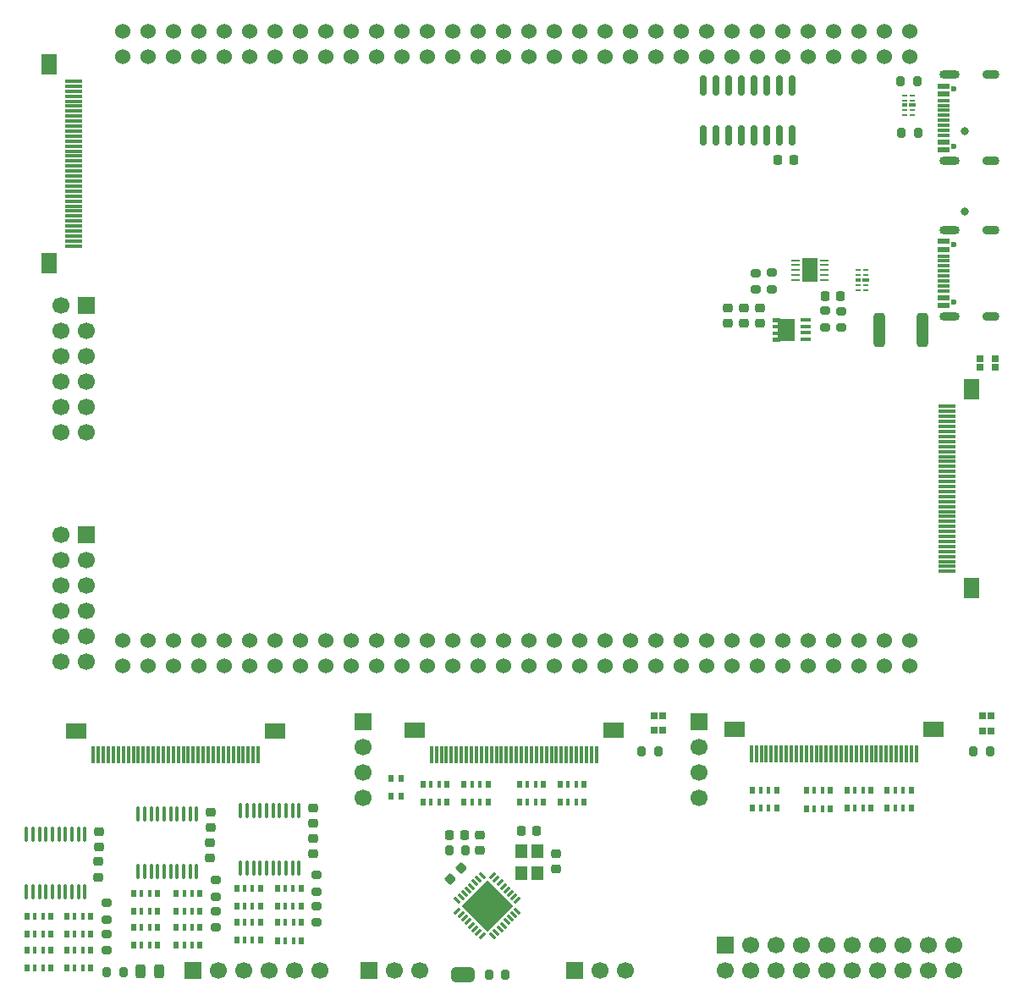
<source format=gts>
G04 #@! TF.GenerationSoftware,KiCad,Pcbnew,9.0.2-2.fc42*
G04 #@! TF.CreationDate,2025-07-05T18:10:18+03:00*
G04 #@! TF.ProjectId,QMTECH_XC7A100T-Expantion-Board,514d5445-4348-45f5-9843-374131303054,rev?*
G04 #@! TF.SameCoordinates,Original*
G04 #@! TF.FileFunction,Soldermask,Top*
G04 #@! TF.FilePolarity,Negative*
%FSLAX46Y46*%
G04 Gerber Fmt 4.6, Leading zero omitted, Abs format (unit mm)*
G04 Created by KiCad (PCBNEW 9.0.2-2.fc42) date 2025-07-05 18:10:18*
%MOMM*%
%LPD*%
G01*
G04 APERTURE LIST*
G04 Aperture macros list*
%AMRoundRect*
0 Rectangle with rounded corners*
0 $1 Rounding radius*
0 $2 $3 $4 $5 $6 $7 $8 $9 X,Y pos of 4 corners*
0 Add a 4 corners polygon primitive as box body*
4,1,4,$2,$3,$4,$5,$6,$7,$8,$9,$2,$3,0*
0 Add four circle primitives for the rounded corners*
1,1,$1+$1,$2,$3*
1,1,$1+$1,$4,$5*
1,1,$1+$1,$6,$7*
1,1,$1+$1,$8,$9*
0 Add four rect primitives between the rounded corners*
20,1,$1+$1,$2,$3,$4,$5,0*
20,1,$1+$1,$4,$5,$6,$7,0*
20,1,$1+$1,$6,$7,$8,$9,0*
20,1,$1+$1,$8,$9,$2,$3,0*%
%AMRotRect*
0 Rectangle, with rotation*
0 The origin of the aperture is its center*
0 $1 length*
0 $2 width*
0 $3 Rotation angle, in degrees counterclockwise*
0 Add horizontal line*
21,1,$1,$2,0,0,$3*%
%AMFreePoly0*
4,1,21,1.372500,0.787500,0.862500,0.787500,0.862500,0.532500,1.372500,0.532500,1.372500,0.127500,0.862500,0.127500,0.862500,-0.127500,1.372500,-0.127500,1.372500,-0.532500,0.862500,-0.532500,0.862500,-0.787500,1.372500,-0.787500,1.372500,-1.195000,0.612500,-1.195000,0.612500,-1.117500,-0.862500,-1.117500,-0.862500,1.117500,0.612500,1.117500,0.612500,1.195000,1.372500,1.195000,
1.372500,0.787500,1.372500,0.787500,$1*%
%AMFreePoly1*
4,1,39,0.500000,-0.750000,0.000000,-0.750000,0.000000,-0.749213,-0.028035,-0.749213,-0.083753,-0.742936,-0.138418,-0.730459,-0.191342,-0.711940,-0.241859,-0.687612,-0.289336,-0.657780,-0.333173,-0.622821,-0.372821,-0.583173,-0.407780,-0.539336,-0.437612,-0.491859,-0.461940,-0.441342,-0.480459,-0.388418,-0.492936,-0.333753,-0.499213,-0.278035,-0.499213,-0.250000,-0.500000,-0.250000,-0.500000,0.250000,
-0.499213,0.250000,-0.499213,0.278035,-0.492936,0.333753,-0.480459,0.388418,-0.461940,0.441342,-0.437612,0.491859,-0.407780,0.539336,-0.372821,0.583173,-0.333173,0.622821,-0.289336,0.657780,-0.241859,0.687612,-0.191342,0.711940,-0.138418,0.730459,-0.083753,0.742936,-0.028035,0.749213,0.000000,0.749213,0.000000,0.750000,0.500000,0.750000,0.500000,-0.750000,0.500000,-0.750000,
$1*%
%AMFreePoly2*
4,1,39,0.000000,0.749213,0.028035,0.749213,0.083753,0.742936,0.138418,0.730459,0.191342,0.711940,0.241859,0.687612,0.289336,0.657780,0.333173,0.622821,0.372821,0.583173,0.407780,0.539336,0.437612,0.491859,0.461940,0.441342,0.480459,0.388418,0.492936,0.333753,0.499213,0.278035,0.499213,0.250000,0.500000,0.250000,0.500000,-0.250000,0.499213,-0.250000,0.499213,-0.278035,
0.492936,-0.333753,0.480459,-0.388418,0.461940,-0.441342,0.437612,-0.491859,0.407780,-0.539336,0.372821,-0.583173,0.333173,-0.622821,0.289336,-0.657780,0.241859,-0.687612,0.191342,-0.711940,0.138418,-0.730459,0.083753,-0.742936,0.028035,-0.749213,0.000000,-0.749213,0.000000,-0.750000,-0.500000,-0.750000,-0.500000,0.750000,0.000000,0.750000,0.000000,0.749213,0.000000,0.749213,
$1*%
G04 Aperture macros list end*
%ADD10R,1.700000X1.700000*%
%ADD11C,1.700000*%
%ADD12R,0.500000X0.800000*%
%ADD13RoundRect,0.225000X0.250000X-0.225000X0.250000X0.225000X-0.250000X0.225000X-0.250000X-0.225000X0*%
%ADD14R,0.400000X0.800000*%
%ADD15R,0.300000X1.800000*%
%ADD16R,2.000000X1.500000*%
%ADD17RoundRect,0.243750X0.243750X0.456250X-0.243750X0.456250X-0.243750X-0.456250X0.243750X-0.456250X0*%
%ADD18RoundRect,0.200000X0.275000X-0.200000X0.275000X0.200000X-0.275000X0.200000X-0.275000X-0.200000X0*%
%ADD19RoundRect,0.200000X-0.200000X-0.275000X0.200000X-0.275000X0.200000X0.275000X-0.200000X0.275000X0*%
%ADD20RoundRect,0.200000X-0.275000X0.200000X-0.275000X-0.200000X0.275000X-0.200000X0.275000X0.200000X0*%
%ADD21R,0.650000X0.800000*%
%ADD22RoundRect,0.225000X-0.225000X-0.250000X0.225000X-0.250000X0.225000X0.250000X-0.225000X0.250000X0*%
%ADD23RoundRect,0.200000X0.200000X0.275000X-0.200000X0.275000X-0.200000X-0.275000X0.200000X-0.275000X0*%
%ADD24RoundRect,0.100000X-0.100000X0.637500X-0.100000X-0.637500X0.100000X-0.637500X0.100000X0.637500X0*%
%ADD25R,1.800000X0.300000*%
%ADD26R,1.500000X2.000000*%
%ADD27RoundRect,0.225000X0.225000X0.250000X-0.225000X0.250000X-0.225000X-0.250000X0.225000X-0.250000X0*%
%ADD28R,0.625000X0.250000*%
%ADD29R,0.700000X0.450000*%
%ADD30R,0.575000X0.450000*%
%ADD31C,0.600000*%
%ADD32R,1.160000X0.600000*%
%ADD33R,1.160000X0.300000*%
%ADD34O,2.000000X0.900000*%
%ADD35O,1.700000X0.900000*%
%ADD36RoundRect,0.225000X0.017678X-0.335876X0.335876X-0.017678X-0.017678X0.335876X-0.335876X0.017678X0*%
%ADD37C,1.524000*%
%ADD38RoundRect,0.062500X0.362500X0.062500X-0.362500X0.062500X-0.362500X-0.062500X0.362500X-0.062500X0*%
%ADD39R,1.650000X2.380000*%
%ADD40RoundRect,0.225000X-0.250000X0.225000X-0.250000X-0.225000X0.250000X-0.225000X0.250000X0.225000X0*%
%ADD41R,0.800000X0.650000*%
%ADD42R,0.990000X0.405000*%
%ADD43FreePoly0,180.000000*%
%ADD44R,1.200000X1.400000*%
%ADD45FreePoly1,0.000000*%
%ADD46FreePoly2,0.000000*%
%ADD47RoundRect,0.150000X-0.150000X0.825000X-0.150000X-0.825000X0.150000X-0.825000X0.150000X0.825000X0*%
%ADD48RoundRect,0.250000X-0.312500X-1.450000X0.312500X-1.450000X0.312500X1.450000X-0.312500X1.450000X0*%
%ADD49RotRect,0.800000X0.300000X135.000000*%
%ADD50RotRect,0.800000X0.300000X225.000000*%
%ADD51RotRect,0.800000X0.300000X315.000000*%
%ADD52RotRect,0.800000X0.300000X45.000000*%
%ADD53RotRect,3.600000X3.600000X135.000000*%
%ADD54C,0.800000*%
G04 APERTURE END LIST*
G36*
X105626000Y-136156000D02*
G01*
X105926000Y-136156000D01*
X105926000Y-137656000D01*
X105626000Y-137656000D01*
X105626000Y-136156000D01*
G37*
D10*
X129413000Y-111633000D03*
D11*
X129413000Y-114173000D03*
X129413000Y-116713000D03*
X129413000Y-119253000D03*
D12*
X99593400Y-117275200D03*
X98593402Y-117275200D03*
X98593402Y-119075200D03*
X99593400Y-119075200D03*
D13*
X90805000Y-124854000D03*
X90805000Y-123304000D03*
X69291200Y-127165400D03*
X69291200Y-125615400D03*
D12*
X72822000Y-130556000D03*
D14*
X73622000Y-130556000D03*
X74422000Y-130556000D03*
D12*
X75222000Y-130556000D03*
X75222000Y-128756000D03*
D14*
X74422000Y-128756000D03*
X73622000Y-128756000D03*
D12*
X72822000Y-128756000D03*
D13*
X132257800Y-71742600D03*
X132257800Y-70192600D03*
D15*
X68795000Y-114935000D03*
X69295000Y-114935000D03*
X69795000Y-114935000D03*
X70295000Y-114935000D03*
X70795000Y-114935000D03*
X71295000Y-114935000D03*
X71795000Y-114935000D03*
X72295000Y-114935000D03*
X72795000Y-114935000D03*
X73295000Y-114935000D03*
X73795000Y-114935000D03*
X74295000Y-114935000D03*
X74795000Y-114935000D03*
X75295000Y-114935000D03*
X75795000Y-114935000D03*
X76295000Y-114935000D03*
X76795000Y-114935000D03*
X77295000Y-114935000D03*
X77795000Y-114935000D03*
X78295000Y-114935000D03*
X78795000Y-114935000D03*
X79295000Y-114935000D03*
X79795000Y-114935000D03*
X80295000Y-114935000D03*
X80795000Y-114935000D03*
X81295000Y-114935000D03*
X81795000Y-114935000D03*
X82295000Y-114935000D03*
X82795000Y-114935000D03*
X83295000Y-114935000D03*
X83795000Y-114935000D03*
X84295000Y-114935000D03*
X84795000Y-114935000D03*
X85295000Y-114935000D03*
D16*
X86995000Y-112495000D03*
X67095000Y-112495000D03*
D12*
X104197000Y-117845000D03*
D14*
X103397000Y-117845000D03*
X102597000Y-117845000D03*
D12*
X101797000Y-117845000D03*
X101797000Y-119645000D03*
D14*
X102597000Y-119645000D03*
X103397000Y-119645000D03*
D12*
X104197000Y-119645000D03*
D13*
X80568800Y-122187000D03*
X80568800Y-120637000D03*
D17*
X75410301Y-136575800D03*
X73535299Y-136575800D03*
D18*
X143637000Y-72173600D03*
X143637000Y-70523600D03*
D12*
X66148000Y-132842000D03*
D14*
X66948000Y-132842000D03*
X67748000Y-132842000D03*
D12*
X68548000Y-132842000D03*
X68548000Y-131042000D03*
D14*
X67748000Y-131042000D03*
X66948000Y-131042000D03*
D12*
X66148000Y-131042000D03*
D19*
X108395000Y-136906000D03*
X110045000Y-136906000D03*
D20*
X91135200Y-126962400D03*
X91135200Y-128612400D03*
D12*
X77083000Y-133985000D03*
D14*
X77883000Y-133985000D03*
X78683000Y-133985000D03*
D12*
X79483000Y-133985000D03*
X79483000Y-132185000D03*
D14*
X78683000Y-132185000D03*
X77883000Y-132185000D03*
D12*
X77083000Y-132185000D03*
D21*
X158572200Y-112547400D03*
X157732200Y-112547400D03*
X157732200Y-111047400D03*
X158572200Y-111047400D03*
D20*
X135051800Y-66713600D03*
X135051800Y-68363600D03*
D22*
X111620000Y-122555000D03*
X113170000Y-122555000D03*
X104431800Y-122961400D03*
X105981800Y-122961400D03*
D12*
X62173000Y-132842000D03*
D14*
X62973000Y-132842000D03*
X63773000Y-132842000D03*
D12*
X64573000Y-132842000D03*
X64573000Y-131042000D03*
D14*
X63773000Y-131042000D03*
X62973000Y-131042000D03*
D12*
X62173000Y-131042000D03*
D15*
X102621000Y-114885000D03*
X103121000Y-114885000D03*
X103621000Y-114885000D03*
X104121000Y-114885000D03*
X104621000Y-114885000D03*
X105121000Y-114885000D03*
X105621000Y-114885000D03*
X106121000Y-114885000D03*
X106621000Y-114885000D03*
X107121000Y-114885000D03*
X107621000Y-114885000D03*
X108121000Y-114885000D03*
X108621000Y-114885000D03*
X109121000Y-114885000D03*
X109621000Y-114885000D03*
X110121000Y-114885000D03*
X110621000Y-114885000D03*
X111121000Y-114885000D03*
X111621000Y-114885000D03*
X112121000Y-114885000D03*
X112621000Y-114885000D03*
X113121000Y-114885000D03*
X113621000Y-114885000D03*
X114121000Y-114885000D03*
X114621000Y-114885000D03*
X115121000Y-114885000D03*
X115621000Y-114885000D03*
X116121000Y-114885000D03*
X116621000Y-114885000D03*
X117121000Y-114885000D03*
X117621000Y-114885000D03*
X118121000Y-114885000D03*
X118621000Y-114885000D03*
X119121000Y-114885000D03*
D16*
X120821000Y-112445000D03*
X100921000Y-112445000D03*
D13*
X90805000Y-121806000D03*
X90805000Y-120256000D03*
D10*
X95758000Y-111633000D03*
D11*
X95758000Y-114173000D03*
X95758000Y-116713000D03*
X95758000Y-119253000D03*
D12*
X108280000Y-117845000D03*
D14*
X107480000Y-117845000D03*
X106680000Y-117845000D03*
D12*
X105880000Y-117845000D03*
X105880000Y-119645000D03*
D14*
X106680000Y-119645000D03*
X107480000Y-119645000D03*
D12*
X108280000Y-119645000D03*
D23*
X158482800Y-114554000D03*
X156832800Y-114554000D03*
D24*
X79125000Y-120835500D03*
X78475000Y-120835500D03*
X77825000Y-120835500D03*
X77175000Y-120835500D03*
X76525000Y-120835500D03*
X75875000Y-120835500D03*
X75225000Y-120835500D03*
X74575000Y-120835500D03*
X73925000Y-120835500D03*
X73275000Y-120835500D03*
X73275000Y-126560500D03*
X73925000Y-126560500D03*
X74575000Y-126560500D03*
X75225000Y-126560500D03*
X75875000Y-126560500D03*
X76525000Y-126560500D03*
X77175000Y-126560500D03*
X77825000Y-126560500D03*
X78475000Y-126560500D03*
X79125000Y-126560500D03*
D25*
X66801500Y-64003000D03*
X66801500Y-63503000D03*
X66801500Y-63003000D03*
X66801500Y-62503000D03*
X66801500Y-62003000D03*
X66801500Y-61503000D03*
X66801500Y-61003000D03*
X66801500Y-60503000D03*
X66801500Y-60003000D03*
X66801500Y-59503000D03*
X66801500Y-59003000D03*
X66801500Y-58503000D03*
X66801500Y-58003000D03*
X66801500Y-57503000D03*
X66801500Y-57003000D03*
X66801500Y-56503000D03*
X66801500Y-56003000D03*
X66801500Y-55503000D03*
X66801500Y-55003000D03*
X66801500Y-54503000D03*
X66801500Y-54003000D03*
X66801500Y-53503000D03*
X66801500Y-53003000D03*
X66801500Y-52503000D03*
X66801500Y-52003000D03*
X66801500Y-51503000D03*
X66801500Y-51003000D03*
X66801500Y-50503000D03*
X66801500Y-50003000D03*
X66801500Y-49503000D03*
X66801500Y-49003000D03*
X66801500Y-48503000D03*
X66801500Y-48003000D03*
X66801500Y-47503000D03*
D26*
X64361500Y-45803000D03*
X64361500Y-65703000D03*
D20*
X70129400Y-132855200D03*
X70129400Y-134505200D03*
D27*
X143548400Y-69037200D03*
X141998400Y-69037200D03*
D12*
X137160000Y-118480000D03*
D14*
X136360000Y-118480000D03*
X135560000Y-118480000D03*
D12*
X134760000Y-118480000D03*
X134760000Y-120280000D03*
D14*
X135560000Y-120280000D03*
X136360000Y-120280000D03*
D12*
X137160000Y-120280000D03*
D10*
X68072000Y-69977000D03*
D11*
X65532000Y-69977000D03*
X68072000Y-72517000D03*
X65532000Y-72517000D03*
X68072000Y-75057000D03*
X65532000Y-75057000D03*
X68072000Y-77597000D03*
X65532000Y-77597000D03*
X68072000Y-80137000D03*
X65532000Y-80137000D03*
X68072000Y-82677000D03*
X65532000Y-82677000D03*
D12*
X117913000Y-117845000D03*
D14*
X117113000Y-117845000D03*
X116313000Y-117845000D03*
D12*
X115513000Y-117845000D03*
X115513000Y-119645000D03*
D14*
X116313000Y-119645000D03*
X117113000Y-119645000D03*
D12*
X117913000Y-119645000D03*
D20*
X70129400Y-129756400D03*
X70129400Y-131406400D03*
D28*
X146088399Y-68393800D03*
X146088398Y-67893800D03*
D29*
X146050898Y-67393800D03*
D28*
X146088398Y-66893800D03*
X146088399Y-66393800D03*
X145313399Y-66393800D03*
X145313400Y-66893800D03*
D30*
X145288398Y-67393800D03*
D28*
X145313400Y-67893800D03*
X145313399Y-68393800D03*
D31*
X154907600Y-69643200D03*
X154907600Y-63863200D03*
D32*
X153847600Y-69953200D03*
X153847600Y-69153200D03*
D33*
X153847600Y-68003199D03*
X153847600Y-67003200D03*
X153847600Y-66503200D03*
X153847600Y-65503201D03*
D32*
X153847600Y-64353200D03*
X153847600Y-63553200D03*
X153847600Y-63553200D03*
X153847600Y-64353200D03*
D33*
X153847600Y-65003200D03*
X153847600Y-66003200D03*
X153847600Y-67503200D03*
X153847600Y-68503200D03*
D32*
X153847600Y-69153200D03*
X153847600Y-69953200D03*
D34*
X154427600Y-71073200D03*
D35*
X158597600Y-71073200D03*
D34*
X154427600Y-62433200D03*
D35*
X158597600Y-62433200D03*
D13*
X80467200Y-125235000D03*
X80467200Y-123685000D03*
D36*
X104521000Y-127381000D03*
X105617016Y-126284984D03*
D24*
X89371000Y-120513000D03*
X88721000Y-120513000D03*
X88071000Y-120513000D03*
X87421000Y-120513000D03*
X86771000Y-120513000D03*
X86121000Y-120513000D03*
X85471000Y-120513000D03*
X84821000Y-120513000D03*
X84171000Y-120513000D03*
X83521000Y-120513000D03*
X83521000Y-126238000D03*
X84171000Y-126238000D03*
X84821000Y-126238000D03*
X85471000Y-126238000D03*
X86121000Y-126238000D03*
X86771000Y-126238000D03*
X87421000Y-126238000D03*
X88071000Y-126238000D03*
X88721000Y-126238000D03*
X89371000Y-126238000D03*
X67949000Y-122867500D03*
X67299000Y-122867500D03*
X66649000Y-122867500D03*
X65999000Y-122867500D03*
X65349000Y-122867500D03*
X64699000Y-122867500D03*
X64049000Y-122867500D03*
X63399000Y-122867500D03*
X62749000Y-122867500D03*
X62099000Y-122867500D03*
X62099000Y-128592500D03*
X62749000Y-128592500D03*
X63399000Y-128592500D03*
X64049000Y-128592500D03*
X64699000Y-128592500D03*
X65349000Y-128592500D03*
X65999000Y-128592500D03*
X66649000Y-128592500D03*
X67299000Y-128592500D03*
X67949000Y-128592500D03*
D12*
X66129000Y-136282000D03*
D14*
X66929000Y-136282000D03*
X67729000Y-136282000D03*
D12*
X68529000Y-136282000D03*
X68529000Y-134482000D03*
D14*
X67729000Y-134482000D03*
X66929000Y-134482000D03*
D12*
X66129000Y-134482000D03*
X142551000Y-118491000D03*
D14*
X141751000Y-118491000D03*
X140951000Y-118491000D03*
D12*
X140151000Y-118491000D03*
X140151000Y-120291000D03*
D14*
X140951000Y-120291000D03*
X141751000Y-120291000D03*
D12*
X142551000Y-120291000D03*
D25*
X154178500Y-80065800D03*
X154178500Y-80565800D03*
X154178500Y-81065800D03*
X154178500Y-81565800D03*
X154178500Y-82065800D03*
X154178500Y-82565800D03*
X154178500Y-83065800D03*
X154178500Y-83565800D03*
X154178500Y-84065800D03*
X154178500Y-84565800D03*
X154178500Y-85065800D03*
X154178500Y-85565800D03*
X154178500Y-86065800D03*
X154178500Y-86565800D03*
X154178500Y-87065800D03*
X154178500Y-87565800D03*
X154178500Y-88065800D03*
X154178500Y-88565800D03*
X154178500Y-89065800D03*
X154178500Y-89565800D03*
X154178500Y-90065800D03*
X154178500Y-90565800D03*
X154178500Y-91065800D03*
X154178500Y-91565800D03*
X154178500Y-92065800D03*
X154178500Y-92565800D03*
X154178500Y-93065800D03*
X154178500Y-93565800D03*
X154178500Y-94065800D03*
X154178500Y-94565800D03*
X154178500Y-95065800D03*
X154178500Y-95565800D03*
X154178500Y-96065800D03*
X154178500Y-96565800D03*
D26*
X156618500Y-98265800D03*
X156618500Y-78365800D03*
D23*
X125310400Y-114528600D03*
X123660400Y-114528600D03*
D12*
X87211000Y-133499000D03*
D14*
X88011000Y-133499000D03*
X88811000Y-133499000D03*
D12*
X89611000Y-133499000D03*
X89611000Y-131699000D03*
D14*
X88811000Y-131699000D03*
X88011000Y-131699000D03*
D12*
X87211000Y-131699000D03*
X83128000Y-130059000D03*
D14*
X83928000Y-130059000D03*
X84728000Y-130059000D03*
D12*
X85528000Y-130059000D03*
X85528000Y-128259000D03*
D14*
X84728000Y-128259000D03*
X83928000Y-128259000D03*
D12*
X83128000Y-128259000D03*
D19*
X149568400Y-47498000D03*
X151218400Y-47498000D03*
D37*
X71755000Y-45085000D03*
X71755000Y-42545000D03*
X74295000Y-45085000D03*
X74295000Y-42545000D03*
X76835000Y-45085000D03*
X76835000Y-42545000D03*
X79375000Y-45085000D03*
X79375000Y-42545000D03*
X81915000Y-45085000D03*
X81915000Y-42545000D03*
X84455000Y-45085000D03*
X84455000Y-42545000D03*
X86995000Y-45085000D03*
X86995000Y-42545000D03*
X89535000Y-45085000D03*
X89535000Y-42545000D03*
X92075000Y-45085000D03*
X92075000Y-42545000D03*
X94615000Y-45085000D03*
X94615000Y-42545000D03*
X97155000Y-45085000D03*
X97155000Y-42545000D03*
X99695000Y-45085000D03*
X99695000Y-42545000D03*
X102235000Y-45085000D03*
X102235000Y-42545000D03*
X104775000Y-45085000D03*
X104775000Y-42545000D03*
X107315000Y-45085000D03*
X107315000Y-42545000D03*
X109855000Y-45085000D03*
X109855000Y-42545000D03*
X112395000Y-45085000D03*
X112395000Y-42545000D03*
X114935000Y-45085000D03*
X114935000Y-42545000D03*
X117475000Y-45085000D03*
X117475000Y-42545000D03*
X120015000Y-45085000D03*
X120015000Y-42545000D03*
X122555000Y-45085000D03*
X122555000Y-42545000D03*
X125095000Y-45085000D03*
X125095000Y-42545000D03*
X127635000Y-45085000D03*
X127635000Y-42545000D03*
X130175000Y-45085000D03*
X130175000Y-42545000D03*
X132715000Y-45085000D03*
X132715000Y-42545000D03*
X135255000Y-45085000D03*
X135255000Y-42545000D03*
X137795000Y-45085000D03*
X137795000Y-42545000D03*
X140335000Y-45085000D03*
X140335000Y-42545000D03*
X142875000Y-45085000D03*
X142875000Y-42545000D03*
X145415000Y-45085000D03*
X145415000Y-42545000D03*
X147955000Y-45085000D03*
X147955000Y-42545000D03*
X150495000Y-45085000D03*
X150495000Y-42545000D03*
X71755000Y-106045000D03*
X71755000Y-103505000D03*
X74295000Y-106045000D03*
X74295000Y-103505000D03*
X76835000Y-106045000D03*
X76835000Y-103505000D03*
X79375000Y-106045000D03*
X79375000Y-103505000D03*
X81915000Y-106045000D03*
X81915000Y-103505000D03*
X84455000Y-106045000D03*
X84455000Y-103505000D03*
X86995000Y-106045000D03*
X86995000Y-103505000D03*
X89535000Y-106045000D03*
X89535000Y-103505000D03*
X92075000Y-106045000D03*
X92075000Y-103505000D03*
X94615000Y-106045000D03*
X94615000Y-103505000D03*
X97155000Y-106045000D03*
X97155000Y-103505000D03*
X99695000Y-106045000D03*
X99695000Y-103505000D03*
X102235000Y-106045000D03*
X102235000Y-103505000D03*
X104775000Y-106045000D03*
X104775000Y-103505000D03*
X107315000Y-106045000D03*
X107315000Y-103505000D03*
X109855000Y-106045000D03*
X109855000Y-103505000D03*
X112395000Y-106045000D03*
X112395000Y-103505000D03*
X114935000Y-106045000D03*
X114935000Y-103505000D03*
X117475000Y-106045000D03*
X117475000Y-103505000D03*
X120015000Y-106045000D03*
X120015000Y-103505000D03*
X122555000Y-106045000D03*
X122555000Y-103505000D03*
X125095000Y-106045000D03*
X125095000Y-103505000D03*
X127635000Y-106045000D03*
X127635000Y-103505000D03*
X130175000Y-106045000D03*
X130175000Y-103505000D03*
X132715000Y-106045000D03*
X132715000Y-103505000D03*
X135255000Y-106045000D03*
X135255000Y-103505000D03*
X137795000Y-106045000D03*
X137795000Y-103505000D03*
X140335000Y-106045000D03*
X140335000Y-103505000D03*
X142875000Y-106045000D03*
X142875000Y-103505000D03*
X145415000Y-106045000D03*
X145415000Y-103505000D03*
X147955000Y-106045000D03*
X147955000Y-103505000D03*
X150495000Y-106045000D03*
X150495000Y-103505000D03*
D38*
X141912000Y-67421000D03*
X141912000Y-66921000D03*
X141912000Y-66421000D03*
X141912000Y-65921000D03*
X141912000Y-65421000D03*
X139012000Y-65421000D03*
X139012000Y-65921000D03*
X139012000Y-66421000D03*
X139012000Y-66921000D03*
X139012000Y-67421000D03*
D39*
X140462000Y-66421000D03*
D27*
X138849400Y-55346600D03*
X137299400Y-55346600D03*
D40*
X107442000Y-122948400D03*
X107442000Y-124498400D03*
D20*
X91135200Y-130061200D03*
X91135200Y-131711200D03*
D13*
X133853400Y-71742600D03*
X133853400Y-70192600D03*
D19*
X70168000Y-136652000D03*
X71818000Y-136652000D03*
D13*
X115062000Y-126365000D03*
X115062000Y-124815000D03*
D41*
X159017400Y-75322800D03*
X159017400Y-76162800D03*
X157517400Y-76162800D03*
X157517400Y-75322800D03*
D42*
X140081000Y-73354600D03*
X140081000Y-72694600D03*
X140081000Y-72034600D03*
X140081000Y-71374600D03*
D43*
X138088500Y-72364600D03*
D10*
X116967000Y-136525000D03*
D11*
X119507000Y-136525000D03*
X122046999Y-136525000D03*
D15*
X134625000Y-114807500D03*
X135125000Y-114807500D03*
X135625000Y-114807500D03*
X136125000Y-114807500D03*
X136625000Y-114807500D03*
X137125000Y-114807500D03*
X137625000Y-114807500D03*
X138125000Y-114807500D03*
X138625000Y-114807500D03*
X139125000Y-114807500D03*
X139625000Y-114807500D03*
X140125000Y-114807500D03*
X140625000Y-114807500D03*
X141125000Y-114807500D03*
X141625000Y-114807500D03*
X142125000Y-114807500D03*
X142625000Y-114807500D03*
X143125000Y-114807500D03*
X143625000Y-114807500D03*
X144125000Y-114807500D03*
X144625000Y-114807500D03*
X145125000Y-114807500D03*
X145625000Y-114807500D03*
X146125000Y-114807500D03*
X146625000Y-114807500D03*
X147125000Y-114807500D03*
X147625000Y-114807500D03*
X148125000Y-114807500D03*
X148625000Y-114807500D03*
X149125000Y-114807500D03*
X149625000Y-114807500D03*
X150125000Y-114807500D03*
X150625000Y-114807500D03*
X151125000Y-114807500D03*
D16*
X152825000Y-112367500D03*
X132925000Y-112367500D03*
D13*
X69342000Y-124168200D03*
X69342000Y-122618200D03*
D44*
X113233000Y-126746000D03*
X113233000Y-124546000D03*
X111633000Y-124546000D03*
X111633000Y-126746000D03*
D12*
X87192000Y-130070000D03*
D14*
X87992000Y-130070000D03*
X88792000Y-130070000D03*
D12*
X89592000Y-130070000D03*
X89592000Y-128270000D03*
D14*
X88792000Y-128270000D03*
X87992000Y-128270000D03*
D12*
X87192000Y-128270000D03*
D23*
X106031800Y-124485400D03*
X104381800Y-124485400D03*
D12*
X83128000Y-133488000D03*
D14*
X83928000Y-133488000D03*
X84728000Y-133488000D03*
D12*
X85528000Y-133488000D03*
X85528000Y-131688000D03*
D14*
X84728000Y-131688000D03*
X83928000Y-131688000D03*
D12*
X83128000Y-131688000D03*
D20*
X81026000Y-127445000D03*
X81026000Y-129095000D03*
D10*
X68072000Y-92862000D03*
D11*
X65532000Y-92862000D03*
X68072000Y-95402000D03*
X65532000Y-95402000D03*
X68072000Y-97942000D03*
X65532000Y-97942000D03*
X68072000Y-100482000D03*
X65532000Y-100482000D03*
X68072000Y-103022000D03*
X65532000Y-103022000D03*
X68072000Y-105562000D03*
X65532000Y-105562000D03*
D28*
X150755000Y-50924700D03*
X150754999Y-50424700D03*
D29*
X150717499Y-49924700D03*
D28*
X150754999Y-49424700D03*
X150755000Y-48924700D03*
X149980000Y-48924700D03*
X149980001Y-49424700D03*
D30*
X149954999Y-49924700D03*
D28*
X149980001Y-50424700D03*
X149980000Y-50924700D03*
D45*
X105126000Y-136906000D03*
D46*
X106426000Y-136906000D03*
D12*
X77083000Y-130556000D03*
D14*
X77883000Y-130556000D03*
X78683000Y-130556000D03*
D12*
X79483000Y-130556000D03*
X79483000Y-128756000D03*
D14*
X78683000Y-128756000D03*
X77883000Y-128756000D03*
D12*
X77083000Y-128756000D03*
D19*
X149644600Y-52705000D03*
X151294600Y-52705000D03*
D47*
X138675200Y-47944000D03*
X137405200Y-47944000D03*
X136135200Y-47944000D03*
X134865200Y-47944000D03*
X133595200Y-47944000D03*
X132325200Y-47944000D03*
X131055200Y-47944000D03*
X129785200Y-47944000D03*
X129785200Y-52894000D03*
X131055200Y-52894000D03*
X132325200Y-52894000D03*
X133595200Y-52894000D03*
X134865200Y-52894000D03*
X136135200Y-52894000D03*
X137405200Y-52894000D03*
X138675200Y-52894000D03*
D10*
X78740000Y-136525000D03*
D11*
X81280000Y-136525000D03*
X83819999Y-136525000D03*
X86360000Y-136525000D03*
X88900000Y-136525000D03*
X91440000Y-136525000D03*
D21*
X125718200Y-112484600D03*
X124878200Y-112484600D03*
X124878200Y-110984600D03*
X125718200Y-110984600D03*
D48*
X147464600Y-72390000D03*
X151739600Y-72390000D03*
D12*
X146615000Y-118480000D03*
D14*
X145815000Y-118480000D03*
X145015000Y-118480000D03*
D12*
X144215000Y-118480000D03*
X144215000Y-120280000D03*
D14*
X145015000Y-120280000D03*
X145815000Y-120280000D03*
D12*
X146615000Y-120280000D03*
D10*
X96393000Y-136525000D03*
D11*
X98933000Y-136525000D03*
X101472999Y-136525000D03*
D18*
X142011400Y-72148400D03*
X142011400Y-70498400D03*
D10*
X131983000Y-133965000D03*
D11*
X131983000Y-136505000D03*
X134523000Y-133965000D03*
X134523000Y-136505000D03*
X137062999Y-133965000D03*
X137063000Y-136505000D03*
X139603000Y-133965000D03*
X139603000Y-136505000D03*
X142143000Y-133965000D03*
X142143000Y-136505000D03*
X144683000Y-133965000D03*
X144683000Y-136505000D03*
X147223000Y-133965000D03*
X147223000Y-136505000D03*
X149763001Y-133965000D03*
X149763000Y-136505000D03*
X152303000Y-133965000D03*
X152303000Y-136505000D03*
X154843000Y-133965000D03*
X154843000Y-136505000D03*
D12*
X150609000Y-118469000D03*
D14*
X149809000Y-118469000D03*
X149009000Y-118469000D03*
D12*
X148209000Y-118469000D03*
X148209000Y-120269000D03*
D14*
X149009000Y-120269000D03*
X149809000Y-120269000D03*
D12*
X150609000Y-120269000D03*
D20*
X81026000Y-130556000D03*
X81026000Y-132206000D03*
D12*
X72822000Y-133974000D03*
D14*
X73622000Y-133974000D03*
X74422000Y-133974000D03*
D12*
X75222000Y-133974000D03*
X75222000Y-132174000D03*
D14*
X74422000Y-132174000D03*
X73622000Y-132174000D03*
D12*
X72822000Y-132174000D03*
D31*
X154901001Y-54071000D03*
X154901001Y-48291000D03*
D32*
X153841001Y-54381000D03*
X153841001Y-53581000D03*
D33*
X153841001Y-52430999D03*
X153841001Y-51431000D03*
X153841001Y-50931000D03*
X153841001Y-49931001D03*
D32*
X153841001Y-48781000D03*
X153841001Y-47981000D03*
X153841001Y-47981000D03*
X153841001Y-48781000D03*
D33*
X153841001Y-49431000D03*
X153841001Y-50431000D03*
X153841001Y-51931000D03*
X153841001Y-52931000D03*
D32*
X153841001Y-53581000D03*
X153841001Y-54381000D03*
D34*
X154421001Y-55501000D03*
D35*
X158591001Y-55501000D03*
D34*
X154421001Y-46861000D03*
D35*
X158591001Y-46861000D03*
D18*
X136652000Y-68337800D03*
X136652000Y-66687800D03*
D49*
X108751726Y-133030874D03*
X109105279Y-132677320D03*
X109458833Y-132323767D03*
X109812386Y-131970214D03*
X110165940Y-131616660D03*
X110519493Y-131263107D03*
X110873046Y-130909553D03*
X111226600Y-130556000D03*
D50*
X111226600Y-129495340D03*
X110873046Y-129141787D03*
X110519493Y-128788233D03*
X110165940Y-128434680D03*
X109812386Y-128081126D03*
X109458833Y-127727573D03*
X109105279Y-127374020D03*
X108751726Y-127020466D03*
D51*
X107691066Y-127020466D03*
X107337513Y-127374020D03*
X106983959Y-127727573D03*
X106630406Y-128081126D03*
X106276852Y-128434680D03*
X105923299Y-128788233D03*
X105569746Y-129141787D03*
X105216192Y-129495340D03*
D52*
X105216192Y-130556000D03*
X105569746Y-130909553D03*
X105923299Y-131263107D03*
X106276852Y-131616660D03*
X106630406Y-131970214D03*
X106983959Y-132323767D03*
X107337513Y-132677320D03*
X107691066Y-133030874D03*
D53*
X108221396Y-130025670D03*
D13*
X135458200Y-71755600D03*
X135458200Y-70205600D03*
D12*
X113849000Y-117845000D03*
D14*
X113049000Y-117845000D03*
X112249000Y-117845000D03*
D12*
X111449000Y-117845000D03*
X111449000Y-119645000D03*
D14*
X112249000Y-119645000D03*
X113049000Y-119645000D03*
D12*
X113849000Y-119645000D03*
X62173000Y-136271000D03*
D14*
X62973000Y-136271000D03*
X63773000Y-136271000D03*
D12*
X64573000Y-136271000D03*
X64573000Y-134471000D03*
D14*
X63773000Y-134471000D03*
X62973000Y-134471000D03*
D12*
X62173000Y-134471000D03*
D54*
X155973800Y-52538200D03*
X155973800Y-60538200D03*
M02*

</source>
